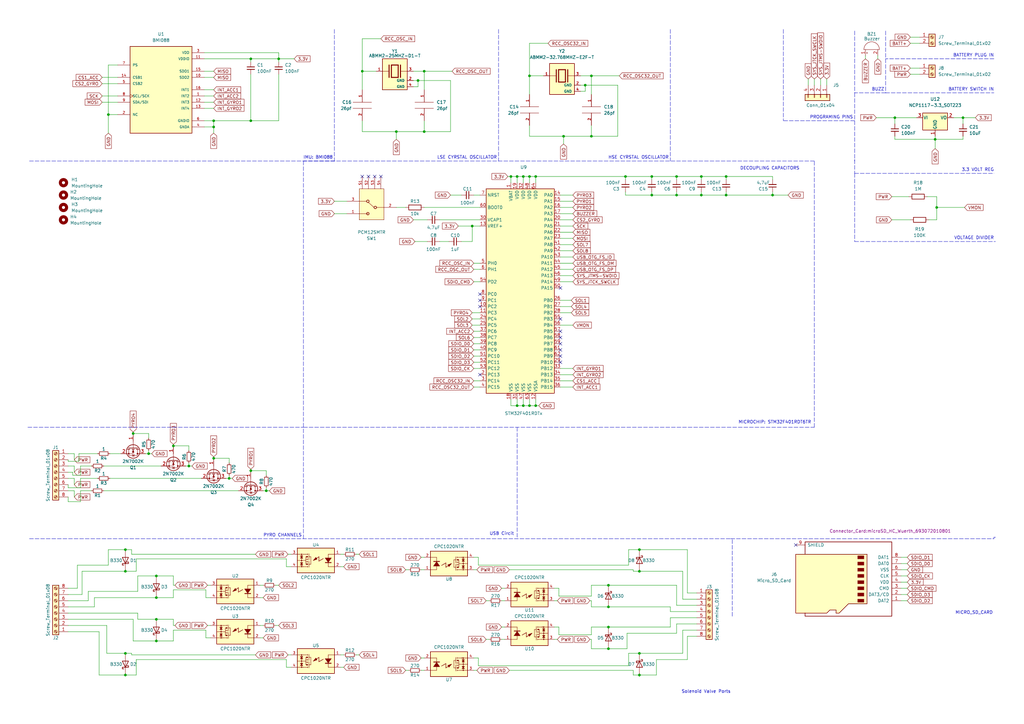
<source format=kicad_sch>
(kicad_sch (version 20211123) (generator eeschema)
  (paper "A3")
  (junction (at 162.56 53.975))
  (junction (at 287.655 72.39))
  (junction (at 394.97 48.26))
  (junction (at 173.99 53.975))
  (junction (at 51.435 234.315))
  (junction (at 87.63 52.07))
  (junction (at 249.555 248.92))
  (junction (at 249.555 266.065))
  (junction (at 297.815 80.01))
  (junction (at 231.14 55.88))
  (junction (at 93.98 196.215))
  (junction (at 173.99 29.21))
  (junction (at 209.55 72.39))
  (junction (at 171.45 33.02))
  (junction (at 114.3 24.13))
  (junction (at 102.87 24.13))
  (junction (at 262.255 276.86))
  (junction (at 87.63 187.96))
  (junction (at 102.87 193.04))
  (junction (at 64.135 262.89))
  (junction (at 44.45 46.99))
  (junction (at 217.17 166.37))
  (junction (at 64.135 245.11))
  (junction (at 316.865 80.01))
  (junction (at 212.09 72.39))
  (junction (at 267.335 80.01))
  (junction (at 212.09 166.37))
  (junction (at 384.175 85.09))
  (junction (at 51.435 276.86))
  (junction (at 214.63 72.39))
  (junction (at 51.435 225.425))
  (junction (at 219.71 166.37))
  (junction (at 102.87 49.53))
  (junction (at 242.57 31.115))
  (junction (at 262.255 225.425))
  (junction (at 219.71 72.39))
  (junction (at 267.335 72.39))
  (junction (at 60.96 186.055))
  (junction (at 262.255 234.315))
  (junction (at 277.495 72.39))
  (junction (at 242.57 55.88))
  (junction (at 77.47 191.135))
  (junction (at 64.135 236.22))
  (junction (at 54.61 177.8))
  (junction (at 277.495 80.01))
  (junction (at 287.655 80.01))
  (junction (at 383.54 57.15))
  (junction (at 193.675 92.71))
  (junction (at 297.815 72.39))
  (junction (at 64.135 254))
  (junction (at 367.03 48.26))
  (junction (at 249.555 240.03))
  (junction (at 256.54 72.39))
  (junction (at 249.555 257.175))
  (junction (at 214.63 166.37))
  (junction (at 240.03 34.925))
  (junction (at 109.22 201.295))
  (junction (at 148.59 29.21))
  (junction (at 262.255 267.97))
  (junction (at 217.17 31.115))
  (junction (at 71.12 182.88))
  (junction (at 51.435 267.97))
  (junction (at 87.63 49.53))
  (junction (at 217.17 72.39))
  (no_connect (at 229.87 118.11))
  (no_connect (at 229.87 146.05))
  (no_connect (at 196.85 123.19))
  (no_connect (at 196.85 153.67))
  (no_connect (at 153.67 72.39))
  (no_connect (at 156.21 72.39))
  (no_connect (at 229.87 130.81))
  (no_connect (at 196.85 125.73))
  (no_connect (at 229.87 140.97))
  (no_connect (at 229.87 143.51))
  (no_connect (at 196.85 120.65))
  (no_connect (at 148.59 72.39))
  (no_connect (at 229.87 138.43))
  (no_connect (at 151.13 72.39))
  (no_connect (at 229.87 148.59))
  (no_connect (at 326.39 223.52))
  (no_connect (at 229.87 135.89))
  (wire (pts (xy 287.655 78.74) (xy 287.655 80.01)))
  (wire (pts (xy 257.81 273.05) (xy 257.81 267.97)))
  (wire (pts (xy 114.3 24.13) (xy 114.3 25.4)))
  (wire (pts (xy 229.235 244.475) (xy 242.57 244.475)))
  (wire (pts (xy 217.17 17.78) (xy 224.79 17.78)))
  (wire (pts (xy 71.12 256.54) (xy 71.12 254)))
  (wire (pts (xy 217.17 51.435) (xy 217.17 55.88)))
  (wire (pts (xy 262.255 267.97) (xy 262.255 268.605)))
  (wire (pts (xy 171.45 33.02) (xy 171.45 35.56)))
  (wire (pts (xy 242.57 55.88) (xy 242.57 51.435)))
  (wire (pts (xy 109.22 193.04) (xy 109.22 194.945)))
  (wire (pts (xy 44.45 225.425) (xy 51.435 225.425)))
  (wire (pts (xy 229.87 133.35) (xy 234.95 133.35)))
  (wire (pts (xy 249.555 240.03) (xy 242.57 240.03)))
  (wire (pts (xy 217.17 31.115) (xy 222.885 31.115)))
  (wire (pts (xy 274.955 250.825) (xy 274.955 248.92)))
  (wire (pts (xy 194.31 156.21) (xy 196.85 156.21)))
  (wire (pts (xy 196.85 90.17) (xy 180.34 90.17)))
  (wire (pts (xy 207.01 262.255) (xy 205.74 262.255)))
  (wire (pts (xy 242.57 246.38) (xy 242.57 248.92)))
  (wire (pts (xy 359.41 48.26) (xy 367.03 48.26)))
  (wire (pts (xy 240.03 37.465) (xy 238.125 37.465)))
  (wire (pts (xy 194.31 80.01) (xy 196.85 80.01)))
  (wire (pts (xy 242.57 260.35) (xy 242.57 257.175)))
  (polyline (pts (xy 124.46 175.26) (xy 334.01 175.26)))
  (wire (pts (xy 217.17 72.39) (xy 214.63 72.39)))
  (wire (pts (xy 169.545 29.21) (xy 173.99 29.21)))
  (wire (pts (xy 285.75 250.825) (xy 274.955 250.825)))
  (wire (pts (xy 195.58 233.68) (xy 194.31 233.68)))
  (wire (pts (xy 196.215 273.05) (xy 257.81 273.05)))
  (wire (pts (xy 195.58 274.955) (xy 194.31 274.955)))
  (wire (pts (xy 148.59 36.83) (xy 148.59 29.21)))
  (wire (pts (xy 171.45 33.02) (xy 184.785 33.02)))
  (wire (pts (xy 27.94 259.08) (xy 40.64 259.08)))
  (wire (pts (xy 77.47 191.135) (xy 78.74 191.135)))
  (wire (pts (xy 56.515 236.22) (xy 64.135 236.22)))
  (wire (pts (xy 229.235 260.35) (xy 242.57 260.35)))
  (polyline (pts (xy 212.09 175.26) (xy 212.09 220.98)))
  (wire (pts (xy 113.03 256.54) (xy 114.3 256.54)))
  (wire (pts (xy 196.215 228.6) (xy 196.215 231.775)))
  (wire (pts (xy 71.12 254) (xy 64.135 254)))
  (wire (pts (xy 171.45 35.56) (xy 169.545 35.56)))
  (polyline (pts (xy 407.67 24.13) (xy 363.22 24.13)))
  (wire (pts (xy 43.815 256.54) (xy 43.815 267.97)))
  (wire (pts (xy 54.61 177.8) (xy 60.96 177.8)))
  (wire (pts (xy 102.87 30.48) (xy 102.87 49.53)))
  (wire (pts (xy 384.175 80.645) (xy 384.175 85.09)))
  (wire (pts (xy 102.87 25.4) (xy 102.87 24.13)))
  (wire (pts (xy 146.05 227.33) (xy 147.32 227.33)))
  (wire (pts (xy 287.655 72.39) (xy 297.815 72.39)))
  (wire (pts (xy 31.75 241.3) (xy 31.75 231.775)))
  (wire (pts (xy 316.865 80.01) (xy 323.215 80.01)))
  (wire (pts (xy 148.59 15.875) (xy 156.21 15.875)))
  (wire (pts (xy 107.95 201.295) (xy 109.22 201.295)))
  (wire (pts (xy 229.87 113.03) (xy 234.95 113.03)))
  (wire (pts (xy 249.555 240.03) (xy 249.555 240.665)))
  (wire (pts (xy 60.96 186.055) (xy 60.96 184.785)))
  (wire (pts (xy 281.94 243.205) (xy 281.94 225.425)))
  (wire (pts (xy 33.655 243.84) (xy 33.655 234.315)))
  (wire (pts (xy 367.03 57.15) (xy 383.54 57.15)))
  (wire (pts (xy 336.55 32.385) (xy 336.55 34.925)))
  (wire (pts (xy 229.235 241.3) (xy 229.235 244.475)))
  (wire (pts (xy 117.475 229.235) (xy 55.88 229.235)))
  (wire (pts (xy 267.335 78.74) (xy 267.335 80.01)))
  (wire (pts (xy 241.935 262.255) (xy 242.57 262.255)))
  (wire (pts (xy 83.82 31.75) (xy 87.63 31.75)))
  (wire (pts (xy 193.675 128.27) (xy 196.85 128.27)))
  (wire (pts (xy 54.61 262.89) (xy 64.135 262.89)))
  (wire (pts (xy 40.005 186.055) (xy 32.385 186.055)))
  (wire (pts (xy 173.99 269.875) (xy 172.72 269.875)))
  (wire (pts (xy 193.675 133.35) (xy 196.85 133.35)))
  (wire (pts (xy 256.54 78.74) (xy 256.54 80.01)))
  (wire (pts (xy 53.975 225.425) (xy 51.435 225.425)))
  (wire (pts (xy 256.54 80.01) (xy 267.335 80.01)))
  (wire (pts (xy 373.38 15.24) (xy 377.19 15.24)))
  (wire (pts (xy 56.515 242.57) (xy 56.515 236.22)))
  (polyline (pts (xy 12.065 220.98) (xy 300.355 220.98)))
  (wire (pts (xy 30.48 191.135) (xy 27.94 191.135)))
  (wire (pts (xy 196.215 269.875) (xy 196.215 273.05)))
  (wire (pts (xy 259.715 234.315) (xy 262.255 234.315)))
  (wire (pts (xy 30.48 186.055) (xy 27.94 186.055)))
  (wire (pts (xy 277.495 248.285) (xy 277.495 240.03)))
  (wire (pts (xy 41.91 31.75) (xy 48.26 31.75)))
  (wire (pts (xy 280.035 245.745) (xy 280.035 234.315)))
  (wire (pts (xy 369.57 233.68) (xy 372.11 233.68)))
  (wire (pts (xy 71.12 240.03) (xy 71.12 236.22)))
  (wire (pts (xy 167.64 274.955) (xy 166.37 274.955)))
  (wire (pts (xy 354.965 22.86) (xy 354.965 24.13)))
  (wire (pts (xy 48.26 46.99) (xy 44.45 46.99)))
  (wire (pts (xy 267.335 72.39) (xy 277.495 72.39)))
  (wire (pts (xy 208.915 274.955) (xy 259.715 274.955)))
  (wire (pts (xy 45.085 186.055) (xy 49.53 186.055)))
  (wire (pts (xy 277.495 255.905) (xy 277.495 259.715)))
  (wire (pts (xy 40.005 196.215) (xy 33.02 196.215)))
  (wire (pts (xy 217.17 38.735) (xy 217.17 31.115)))
  (wire (pts (xy 229.87 100.33) (xy 234.95 100.33)))
  (wire (pts (xy 287.655 72.39) (xy 287.655 73.66)))
  (wire (pts (xy 87.63 49.53) (xy 87.63 52.07)))
  (wire (pts (xy 297.815 72.39) (xy 297.815 73.66)))
  (wire (pts (xy 269.24 270.51) (xy 269.24 276.86)))
  (wire (pts (xy 231.14 55.88) (xy 231.14 59.055)))
  (wire (pts (xy 373.38 27.94) (xy 377.19 27.94)))
  (wire (pts (xy 262.255 234.315) (xy 262.255 233.68)))
  (wire (pts (xy 51.435 276.86) (xy 55.88 276.86)))
  (polyline (pts (xy 299.72 220.98) (xy 407.67 220.98)))
  (wire (pts (xy 30.48 188.595) (xy 30.48 186.055)))
  (wire (pts (xy 189.23 99.06) (xy 193.675 99.06)))
  (wire (pts (xy 281.94 270.51) (xy 269.24 270.51)))
  (wire (pts (xy 373.38 30.48) (xy 377.19 30.48)))
  (wire (pts (xy 83.82 44.45) (xy 87.63 44.45)))
  (wire (pts (xy 33.02 200.025) (xy 27.94 200.025)))
  (wire (pts (xy 55.88 229.235) (xy 55.88 234.315)))
  (wire (pts (xy 229.87 90.17) (xy 234.95 90.17)))
  (wire (pts (xy 109.22 201.295) (xy 110.49 201.295)))
  (wire (pts (xy 84.455 258.445) (xy 71.12 258.445)))
  (polyline (pts (xy 124.46 66.04) (xy 124.46 175.26)))
  (wire (pts (xy 280.035 234.315) (xy 262.255 234.315)))
  (wire (pts (xy 369.57 236.22) (xy 372.11 236.22)))
  (polyline (pts (xy 350.52 38.1) (xy 350.52 71.12)))
  (wire (pts (xy 71.12 241.935) (xy 71.12 245.11)))
  (wire (pts (xy 169.545 33.02) (xy 171.45 33.02)))
  (wire (pts (xy 139.7 273.685) (xy 140.97 273.685)))
  (wire (pts (xy 365.76 90.17) (xy 373.38 90.17)))
  (wire (pts (xy 83.82 52.07) (xy 87.63 52.07)))
  (wire (pts (xy 42.545 191.135) (xy 66.04 191.135)))
  (wire (pts (xy 173.99 233.68) (xy 172.72 233.68)))
  (polyline (pts (xy 321.31 12.065) (xy 321.31 49.53)))
  (polyline (pts (xy 363.22 38.1) (xy 407.67 38.1)))
  (wire (pts (xy 148.59 49.53) (xy 148.59 53.975)))
  (wire (pts (xy 227.33 241.3) (xy 229.235 241.3)))
  (wire (pts (xy 64.135 245.11) (xy 71.12 245.11)))
  (polyline (pts (xy 350.52 99.06) (xy 408.305 99.06)))
  (wire (pts (xy 229.87 125.73) (xy 234.315 125.73)))
  (wire (pts (xy 167.64 233.68) (xy 166.37 233.68)))
  (wire (pts (xy 214.63 74.93) (xy 214.63 72.39)))
  (wire (pts (xy 285.75 255.905) (xy 277.495 255.905)))
  (wire (pts (xy 64.135 262.89) (xy 71.12 262.89)))
  (wire (pts (xy 249.555 257.175) (xy 242.57 257.175)))
  (wire (pts (xy 51.435 225.425) (xy 51.435 226.06)))
  (wire (pts (xy 93.98 196.215) (xy 95.25 196.215)))
  (wire (pts (xy 207.01 241.3) (xy 205.74 241.3)))
  (wire (pts (xy 262.255 276.86) (xy 262.255 276.225)))
  (wire (pts (xy 194.31 135.89) (xy 196.85 135.89)))
  (wire (pts (xy 193.675 130.81) (xy 196.85 130.81)))
  (wire (pts (xy 194.31 107.95) (xy 196.85 107.95)))
  (wire (pts (xy 87.63 52.07) (xy 87.63 54.61)))
  (wire (pts (xy 194.31 269.875) (xy 196.215 269.875)))
  (wire (pts (xy 217.17 166.37) (xy 219.71 166.37)))
  (wire (pts (xy 38.735 248.92) (xy 38.735 245.11)))
  (wire (pts (xy 219.71 72.39) (xy 256.54 72.39)))
  (wire (pts (xy 242.57 244.475) (xy 242.57 240.03)))
  (wire (pts (xy 316.865 73.66) (xy 316.865 72.39)))
  (polyline (pts (xy 350.52 71.12) (xy 407.67 71.12)))
  (wire (pts (xy 231.14 55.88) (xy 242.57 55.88)))
  (wire (pts (xy 27.94 193.675) (xy 29.845 193.675)))
  (wire (pts (xy 51.435 234.315) (xy 51.435 233.68)))
  (wire (pts (xy 384.175 90.17) (xy 384.175 85.09)))
  (wire (pts (xy 83.82 29.21) (xy 87.63 29.21)))
  (wire (pts (xy 277.495 80.01) (xy 287.655 80.01)))
  (wire (pts (xy 229.87 85.09) (xy 234.95 85.09)))
  (wire (pts (xy 229.87 97.79) (xy 234.95 97.79)))
  (wire (pts (xy 102.87 193.675) (xy 102.87 193.04)))
  (wire (pts (xy 173.99 274.955) (xy 172.72 274.955)))
  (wire (pts (xy 194.31 158.75) (xy 196.85 158.75)))
  (wire (pts (xy 207.01 257.175) (xy 205.74 257.175)))
  (wire (pts (xy 365.76 80.645) (xy 372.745 80.645)))
  (wire (pts (xy 280.035 258.445) (xy 280.035 267.97)))
  (wire (pts (xy 209.55 166.37) (xy 212.09 166.37)))
  (wire (pts (xy 194.31 110.49) (xy 196.85 110.49)))
  (wire (pts (xy 285.75 260.985) (xy 281.94 260.985)))
  (wire (pts (xy 41.91 41.91) (xy 48.26 41.91)))
  (wire (pts (xy 196.215 231.775) (xy 257.81 231.775)))
  (wire (pts (xy 41.91 34.29) (xy 48.26 34.29)))
  (wire (pts (xy 77.47 182.88) (xy 77.47 184.785)))
  (wire (pts (xy 249.555 248.92) (xy 249.555 248.285)))
  (wire (pts (xy 64.135 236.22) (xy 64.135 236.855)))
  (wire (pts (xy 257.81 267.97) (xy 262.255 267.97)))
  (wire (pts (xy 33.02 205.74) (xy 27.94 205.74)))
  (wire (pts (xy 30.48 196.215) (xy 27.94 196.215)))
  (wire (pts (xy 369.57 238.76) (xy 372.11 238.76)))
  (wire (pts (xy 277.495 78.74) (xy 277.495 80.01)))
  (wire (pts (xy 59.69 186.055) (xy 60.96 186.055)))
  (wire (pts (xy 212.09 166.37) (xy 214.63 166.37)))
  (wire (pts (xy 170.18 99.06) (xy 175.26 99.06)))
  (wire (pts (xy 56.515 251.46) (xy 56.515 254)))
  (wire (pts (xy 253.365 55.88) (xy 242.57 55.88)))
  (wire (pts (xy 297.815 78.74) (xy 297.815 80.01)))
  (wire (pts (xy 281.94 260.985) (xy 281.94 270.51)))
  (wire (pts (xy 229.87 80.01) (xy 234.95 80.01)))
  (wire (pts (xy 217.17 55.88) (xy 231.14 55.88)))
  (wire (pts (xy 257.175 259.715) (xy 257.175 266.065)))
  (wire (pts (xy 394.97 48.26) (xy 394.97 50.8)))
  (wire (pts (xy 114.3 49.53) (xy 114.3 30.48)))
  (wire (pts (xy 240.03 34.925) (xy 253.365 34.925)))
  (wire (pts (xy 60.96 186.055) (xy 62.23 186.055)))
  (wire (pts (xy 85.09 256.54) (xy 86.36 256.54)))
  (wire (pts (xy 369.57 241.3) (xy 372.11 241.3)))
  (wire (pts (xy 229.87 87.63) (xy 234.95 87.63)))
  (wire (pts (xy 64.135 245.11) (xy 64.135 244.475)))
  (wire (pts (xy 241.935 246.38) (xy 242.57 246.38)))
  (wire (pts (xy 369.57 246.38) (xy 372.11 246.38)))
  (wire (pts (xy 219.71 74.93) (xy 219.71 72.39)))
  (wire (pts (xy 277.495 259.715) (xy 257.175 259.715)))
  (wire (pts (xy 249.555 240.03) (xy 277.495 240.03)))
  (wire (pts (xy 229.87 105.41) (xy 234.95 105.41)))
  (wire (pts (xy 84.455 241.935) (xy 71.12 241.935)))
  (polyline (pts (xy 363.22 38.1) (xy 350.52 38.1)))
  (wire (pts (xy 27.94 203.835) (xy 27.94 205.74)))
  (wire (pts (xy 102.87 24.13) (xy 114.3 24.13)))
  (polyline (pts (xy 11.43 175.26) (xy 124.46 175.26)))
  (wire (pts (xy 229.87 110.49) (xy 234.95 110.49)))
  (wire (pts (xy 274.955 253.365) (xy 274.955 257.175)))
  (wire (pts (xy 360.045 22.86) (xy 360.045 24.13)))
  (wire (pts (xy 139.7 232.41) (xy 140.97 232.41)))
  (wire (pts (xy 367.03 48.26) (xy 367.03 50.8)))
  (wire (pts (xy 285.75 248.285) (xy 277.495 248.285)))
  (wire (pts (xy 214.63 163.83) (xy 214.63 166.37)))
  (wire (pts (xy 33.02 196.215) (xy 33.02 200.025)))
  (wire (pts (xy 297.815 80.01) (xy 316.865 80.01)))
  (wire (pts (xy 30.48 203.835) (xy 30.48 201.295)))
  (wire (pts (xy 27.94 256.54) (xy 43.815 256.54)))
  (wire (pts (xy 193.675 99.06) (xy 193.675 92.71)))
  (wire (pts (xy 54.61 254) (xy 54.61 262.89)))
  (wire (pts (xy 44.45 26.67) (xy 44.45 46.99)))
  (wire (pts (xy 83.82 49.53) (xy 87.63 49.53)))
  (wire (pts (xy 71.12 258.445) (xy 71.12 262.89)))
  (wire (pts (xy 104.775 227.33) (xy 53.975 227.33)))
  (wire (pts (xy 37.465 201.295) (xy 33.02 201.295)))
  (polyline (pts (xy 12.065 66.04) (xy 137.16 66.04)))
  (wire (pts (xy 117.475 273.685) (xy 117.475 270.51)))
  (wire (pts (xy 194.31 140.97) (xy 196.85 140.97)))
  (wire (pts (xy 117.475 232.41) (xy 117.475 229.235)))
  (wire (pts (xy 242.57 31.115) (xy 254 31.115)))
  (wire (pts (xy 106.68 256.54) (xy 107.95 256.54)))
  (wire (pts (xy 394.97 48.26) (xy 400.05 48.26)))
  (wire (pts (xy 44.45 46.99) (xy 44.45 54.61)))
  (wire (pts (xy 118.11 227.33) (xy 119.38 227.33)))
  (wire (pts (xy 64.135 262.89) (xy 64.135 262.255)))
  (wire (pts (xy 200.66 262.255) (xy 199.39 262.255)))
  (wire (pts (xy 257.81 225.425) (xy 262.255 225.425)))
  (wire (pts (xy 369.57 228.6) (xy 372.11 228.6)))
  (wire (pts (xy 113.03 240.03) (xy 114.3 240.03)))
  (wire (pts (xy 27.94 251.46) (xy 56.515 251.46)))
  (wire (pts (xy 208.915 233.68) (xy 259.715 233.68)))
  (wire (pts (xy 33.02 201.295) (xy 33.02 205.74)))
  (polyline (pts (xy 274.955 12.065) (xy 274.955 66.04)))
  (wire (pts (xy 119.38 273.685) (xy 117.475 273.685)))
  (wire (pts (xy 102.87 193.04) (xy 102.87 192.405)))
  (wire (pts (xy 104.775 268.605) (xy 53.975 268.605)))
  (wire (pts (xy 285.75 253.365) (xy 274.955 253.365)))
  (wire (pts (xy 86.36 261.62) (xy 84.455 261.62)))
  (wire (pts (xy 297.815 72.39) (xy 316.865 72.39)))
  (polyline (pts (xy 334.01 66.04) (xy 124.46 66.04)))
  (wire (pts (xy 394.97 55.88) (xy 394.97 57.15)))
  (wire (pts (xy 217.17 163.83) (xy 217.17 166.37)))
  (wire (pts (xy 228.6 246.38) (xy 227.33 246.38)))
  (wire (pts (xy 173.99 29.21) (xy 185.42 29.21)))
  (wire (pts (xy 277.495 72.39) (xy 287.655 72.39)))
  (polyline (pts (xy 350.52 71.12) (xy 350.52 99.06)))
  (wire (pts (xy 212.09 163.83) (xy 212.09 166.37)))
  (wire (pts (xy 212.09 74.93) (xy 212.09 72.39)))
  (wire (pts (xy 29.845 194.945) (xy 33.02 194.945)))
  (wire (pts (xy 238.125 31.115) (xy 242.57 31.115)))
  (wire (pts (xy 212.09 72.39) (xy 209.55 72.39)))
  (wire (pts (xy 207.01 246.38) (xy 205.74 246.38)))
  (wire (pts (xy 194.31 151.13) (xy 196.85 151.13)))
  (wire (pts (xy 262.255 225.425) (xy 262.255 226.06)))
  (wire (pts (xy 71.12 236.22) (xy 64.135 236.22)))
  (wire (pts (xy 256.54 73.66) (xy 256.54 72.39)))
  (wire (pts (xy 229.87 102.87) (xy 234.95 102.87)))
  (wire (pts (xy 367.03 48.26) (xy 375.92 48.26)))
  (wire (pts (xy 209.55 72.39) (xy 209.55 74.93)))
  (wire (pts (xy 27.94 246.38) (xy 36.195 246.38)))
  (wire (pts (xy 219.71 166.37) (xy 220.98 166.37)))
  (wire (pts (xy 38.735 245.11) (xy 64.135 245.11)))
  (wire (pts (xy 137.16 82.55) (xy 142.24 82.55)))
  (polyline (pts (xy 407.67 220.98) (xy 407.67 220.345)))
  (wire (pts (xy 229.87 153.67) (xy 234.95 153.67)))
  (wire (pts (xy 40.64 276.86) (xy 51.435 276.86)))
  (wire (pts (xy 242.57 266.065) (xy 249.555 266.065)))
  (wire (pts (xy 102.87 49.53) (xy 114.3 49.53)))
  (wire (pts (xy 267.335 72.39) (xy 267.335 73.66)))
  (wire (pts (xy 383.54 57.15) (xy 394.97 57.15)))
  (wire (pts (xy 106.68 240.03) (xy 107.95 240.03)))
  (wire (pts (xy 37.465 191.135) (xy 33.02 191.135)))
  (polyline (pts (xy 124.46 220.98) (xy 124.46 175.26)))
  (wire (pts (xy 316.865 78.74) (xy 316.865 80.01)))
  (wire (pts (xy 71.12 183.515) (xy 71.12 182.88)))
  (wire (pts (xy 71.755 256.54) (xy 71.12 256.54)))
  (wire (pts (xy 53.975 268.605) (xy 53.975 267.97)))
  (wire (pts (xy 339.09 32.385) (xy 339.09 34.925)))
  (wire (pts (xy 87.63 188.595) (xy 87.63 187.96)))
  (wire (pts (xy 229.87 156.21) (xy 234.95 156.21)))
  (wire (pts (xy 383.54 57.15) (xy 383.54 60.96)))
  (wire (pts (xy 162.56 85.09) (xy 166.37 85.09)))
  (wire (pts (xy 83.82 21.59) (xy 114.3 21.59)))
  (polyline (pts (xy 350.52 49.53) (xy 321.31 49.53)))
  (polyline (pts (xy 350.52 66.04) (xy 350.52 65.405)))
  (wire (pts (xy 41.91 39.37) (xy 48.26 39.37)))
  (wire (pts (xy 194.31 138.43) (xy 196.85 138.43)))
  (wire (pts (xy 249.555 266.065) (xy 249.555 265.43)))
  (wire (pts (xy 253.365 34.925) (xy 253.365 55.88)))
  (wire (pts (xy 71.12 182.88) (xy 71.12 182.245)))
  (wire (pts (xy 257.81 231.775) (xy 257.81 225.425)))
  (wire (pts (xy 391.16 48.26) (xy 394.97 48.26)))
  (wire (pts (xy 214.63 166.37) (xy 217.17 166.37)))
  (wire (pts (xy 259.715 274.955) (xy 259.715 276.86)))
  (wire (pts (xy 380.365 80.645) (xy 384.175 80.645)))
  (wire (pts (xy 269.24 276.86) (xy 262.255 276.86)))
  (wire (pts (xy 217.17 74.93) (xy 217.17 72.39)))
  (wire (pts (xy 280.035 267.97) (xy 262.255 267.97)))
  (wire (pts (xy 32.385 189.23) (xy 27.94 189.23)))
  (wire (pts (xy 208.28 72.39) (xy 209.55 72.39)))
  (wire (pts (xy 229.87 115.57) (xy 234.95 115.57)))
  (wire (pts (xy 229.87 82.55) (xy 234.95 82.55)))
  (wire (pts (xy 139.7 227.33) (xy 140.97 227.33)))
  (wire (pts (xy 259.715 233.68) (xy 259.715 234.315)))
  (wire (pts (xy 259.715 276.86) (xy 262.255 276.86)))
  (wire (pts (xy 51.435 276.86) (xy 51.435 276.225)))
  (wire (pts (xy 86.36 245.11) (xy 84.455 245.11)))
  (wire (pts (xy 32.385 186.055) (xy 32.385 189.23)))
  (polyline (pts (xy 407.67 220.345) (xy 408.305 220.345)))
  (wire (pts (xy 27.94 200.025) (xy 27.94 198.755)))
  (wire (pts (xy 27.94 248.92) (xy 38.735 248.92)))
  (wire (pts (xy 48.26 26.67) (xy 44.45 26.67)))
  (wire (pts (xy 184.785 80.01) (xy 189.23 80.01)))
  (wire (pts (xy 109.22 201.295) (xy 109.22 200.025)))
  (wire (pts (xy 45.085 196.215) (xy 82.55 196.215)))
  (wire (pts (xy 93.98 187.96) (xy 93.98 189.865)))
  (wire (pts (xy 285.75 258.445) (xy 280.035 258.445)))
  (wire (pts (xy 53.975 227.33) (xy 53.975 225.425)))
  (wire (pts (xy 33.02 191.135) (xy 33.02 194.945)))
  (wire (pts (xy 93.98 196.215) (xy 93.98 194.945)))
  (wire (pts (xy 53.975 267.97) (xy 51.435 267.97)))
  (wire (pts (xy 267.335 80.01) (xy 277.495 80.01)))
  (wire (pts (xy 148.59 29.21) (xy 148.59 15.875)))
  (wire (pts (xy 262.255 277.495) (xy 262.255 276.86)))
  (wire (pts (xy 242.57 248.92) (xy 249.555 248.92)))
  (wire (pts (xy 249.555 257.175) (xy 249.555 257.81)))
  (wire (pts (xy 229.87 95.25) (xy 234.95 95.25)))
  (wire (pts (xy 228.6 262.255) (xy 227.33 262.255)))
  (wire (pts (xy 240.03 34.925) (xy 240.03 37.465)))
  (polyline (pts (xy 334.01 175.26) (xy 334.01 66.04)))
  (wire (pts (xy 162.56 53.975) (xy 173.99 53.975)))
  (wire (pts (xy 55.88 234.315) (xy 51.435 234.315)))
  (wire (pts (xy 119.38 232.41) (xy 117.475 232.41)))
  (wire (pts (xy 173.99 85.09) (xy 196.85 85.09)))
  (polyline (pts (xy 350.52 12.7) (xy 350.52 38.1)))
  (wire (pts (xy 84.455 245.11) (xy 84.455 241.935)))
  (wire (pts (xy 209.55 163.83) (xy 209.55 166.37)))
  (wire (pts (xy 64.135 254) (xy 64.135 254.635)))
  (wire (pts (xy 36.195 246.38) (xy 36.195 242.57)))
  (wire (pts (xy 274.955 257.175) (xy 249.555 257.175)))
  (wire (pts (xy 83.82 41.91) (xy 87.63 41.91)))
  (wire (pts (xy 229.87 128.27) (xy 234.315 128.27)))
  (wire (pts (xy 30.48 198.755) (xy 30.48 196.215)))
  (wire (pts (xy 60.96 177.8) (xy 60.96 179.705)))
  (wire (pts (xy 30.48 201.295) (xy 27.94 201.295)))
  (wire (pts (xy 373.38 17.78) (xy 377.19 17.78)))
  (wire (pts (xy 257.175 266.065) (xy 249.555 266.065)))
  (wire (pts (xy 193.675 92.71) (xy 196.85 92.71)))
  (wire (pts (xy 27.94 241.3) (xy 31.75 241.3)))
  (wire (pts (xy 242.57 38.735) (xy 242.57 31.115)))
  (wire (pts (xy 173.99 53.975) (xy 173.99 49.53)))
  (wire (pts (xy 162.56 53.975) (xy 162.56 57.15)))
  (wire (pts (xy 217.17 31.115) (xy 217.17 17.78)))
  (wire (pts (xy 117.475 270.51) (xy 55.88 270.51)))
  (wire (pts (xy 44.45 231.775) (xy 44.45 225.425)))
  (wire (pts (xy 249.555 248.92) (xy 274.955 248.92)))
  (wire (pts (xy 77.47 191.135) (xy 77.47 189.865)))
  (wire (pts (xy 27.94 243.84) (xy 33.655 243.84)))
  (wire (pts (xy 369.57 231.14) (xy 372.11 231.14)))
  (wire (pts (xy 31.75 231.775) (xy 44.45 231.775)))
  (wire (pts (xy 219.71 72.39) (xy 217.17 72.39)))
  (wire (pts (xy 27.94 254) (xy 54.61 254)))
  (wire (pts (xy 87.63 49.53) (xy 102.87 49.53)))
  (wire (pts (xy 229.87 151.13) (xy 234.95 151.13)))
  (wire (pts (xy 229.235 257.175) (xy 229.235 260.35)))
  (wire (pts (xy 194.31 228.6) (xy 196.215 228.6)))
  (wire (pts (xy 214.63 72.39) (xy 212.09 72.39)))
  (wire (pts (xy 102.87 24.13) (xy 83.82 24.13)))
  (wire (pts (xy 229.87 107.95) (xy 234.95 107.95)))
  (wire (pts (xy 83.82 39.37) (xy 87.63 39.37)))
  (wire (pts (xy 173.99 36.83) (xy 173.99 29.21)))
  (wire (pts (xy 55.88 270.51) (xy 55.88 276.86)))
  (wire (pts (xy 194.31 146.05) (xy 196.85 146.05)))
  (wire (pts (xy 229.87 158.75) (xy 234.95 158.75)))
  (wire (pts (xy 83.82 36.83) (xy 87.63 36.83)))
  (wire (pts (xy 42.545 201.295) (xy 97.79 201.295)))
  (wire (pts (xy 87.63 187.96) (xy 87.63 187.325)))
  (wire (pts (xy 229.87 123.19) (xy 234.315 123.19)))
  (wire (pts (xy 139.7 268.605) (xy 140.97 268.605)))
  (wire (pts (xy 285.75 245.745) (xy 280.035 245.745)))
  (wire (pts (xy 169.545 90.17) (xy 175.26 90.17)))
  (wire (pts (xy 76.2 191.135) (xy 77.47 191.135)))
  (polyline (pts (xy 363.22 12.7) (xy 363.22 38.1)))
  (wire (pts (xy 118.11 268.605) (xy 119.38 268.605)))
  (wire (pts (xy 256.54 72.39) (xy 267.335 72.39)))
  (wire (pts (xy 383.54 55.88) (xy 383.54 57.15)))
  (wire (pts (xy 87.63 187.96) (xy 93.98 187.96)))
  (wire (pts (xy 30.48 193.675) (xy 30.48 191.135)))
  (wire (pts (xy 287.655 80.01) (xy 297.815 80.01)))
  (wire (pts (xy 102.87 193.04) (xy 109.22 193.04)))
  (wire (pts (xy 148.59 29.21) (xy 154.305 29.21)))
  (wire (pts (xy 194.31 143.51) (xy 196.85 143.51)))
  (wire (pts (xy 331.47 32.385) (xy 331.47 34.925)))
  (wire (pts (xy 285.75 243.205) (xy 281.94 243.205)))
  (wire (pts (xy 173.99 228.6) (xy 172.72 228.6)))
  (wire (pts (xy 262.255 225.425) (xy 281.94 225.425)))
  (wire (pts (xy 114.3 24.13) (xy 120.65 24.13)))
  (wire (pts (xy 114.3 21.59) (xy 114.3 24.13)))
  (wire (pts (xy 84.455 261.62) (xy 84.455 258.445)))
  (wire (pts (xy 33.655 234.315) (xy 51.435 234.315)))
  (wire (pts (xy 29.845 193.675) (xy 29.845 194.945)))
  (wire (pts (xy 384.175 85.09) (xy 395.605 85.09)))
  (wire (pts (xy 137.16 87.63) (xy 142.24 87.63)))
  (wire (pts (xy 54.61 178.435) (xy 54.61 177.8)))
  (wire (pts (xy 200.66 246.38) (xy 199.39 246.38)))
  (wire (pts (xy 242.57 262.255) (xy 242.57 266.065)))
  (wire (pts (xy 277.495 72.39) (xy 277.495 73.66)))
  (wire (pts (xy 56.515 254) (xy 64.135 254)))
  (wire (pts (xy 180.34 99.06) (xy 184.15 99.06)))
  (wire (pts (xy 184.785 33.02) (xy 184.785 53.975)))
  (wire (pts (xy 227.33 257.175) (xy 229.235 257.175)))
  (wire (pts (xy 219.71 163.83) (xy 219.71 166.37)))
  (polyline (pts (xy 204.47 12.065) (xy 204.47 66.04)))
  (wire (pts (xy 54.61 177.8) (xy 54.61 177.165)))
  (wire (pts (xy 148.59 53.975) (xy 162.56 53.975)))
  (wire (pts (xy 36.195 242.57) (xy 56.515 242.57)))
  (wire (pts (xy 40.64 259.08) (xy 40.64 276.86)))
  (polyline (pts (xy 137.16 12.065) (xy 137.16 66.04)))
  (polyline (pts (xy 300.355 252.73) (xy 300.355 220.98)))
  (wire (pts (xy 92.71 196.215) (xy 93.98 196.215)))
  (wire (pts (xy 27.94 189.23) (xy 27.94 188.595)))
  (wire (pts (xy 71.12 182.88) (xy 77.47 182.88)))
  (wire (pts (xy 106.68 261.62) (xy 107.95 261.62)))
  (wire (pts (xy 229.87 92.71) (xy 234.95 92.71)))
  (wire (pts (xy 334.01 32.385) (xy 334.01 34.925)))
  (wire (pts (xy 43.815 267.97) (xy 51.435 267.97)))
  (wire (pts (xy 187.96 92.71) (xy 193.675 92.71)))
  (wire (pts (xy 238.125 34.925) (xy 240.03 34.925)))
  (wire (pts (xy 146.05 268.605) (xy 147.32 268.605)))
  (wire (pts (xy 106.68 245.11) (xy 107.95 245.11)))
  (wire (pts (xy 85.09 240.03) (xy 86.36 240.03)))
  (wire (pts (xy 194.31 115.57) (xy 196.85 115.57)))
  (wire (pts (xy 51.435 267.97) (xy 51.435 268.605)))
  (wire (pts (xy 367.03 55.88) (xy 367.03 57.15)))
  (wire (pts (xy 194.31 148.59) (xy 196.85 148.59)))
  (wire (pts (xy 71.755 240.03) (xy 71.12 240.03)))
  (wire (pts (xy 381 90.17) (xy 384.175 90.17)))
  (wire (pts (xy 184.785 53.975) (xy 173.99 53.975)))
  (wire (pts (xy 369.57 243.84) (xy 372.11 243.84)))
  (text "DECOUPLING CAPACITORS " (at 303.53 69.85 0) (effects (font (size 1.27 1.27)) (justify left bottom)))
  (text "IMU: BMI088" (at 136.525 65.405 180) (effects (font (size 1.27 1.27)) (justify right bottom)))
  (text "3.3 VOLT REG" (at 407.67 70.485 180) (effects (font (size 1.27 1.27)) (justify right bottom)))
  (text "LSE CYRSTAL OSCILLATOR" (at 203.835 65.405 180) (effects (font (size 1.27 1.27)) (justify right bottom)))
  (text "PROGRAMING PINS" (at 349.885 48.895 180) (effects (font (size 1.27 1.27)) (justify right bottom)))
  (text "HSE CYRSTAL OSCILLATOR" (at 274.32 65.405 180) (effects (font (size 1.27 1.27)) (justify right bottom)))
  (text "MICRO_SD_CARD" (at 391.795 252.095 0) (effects (font (size 1.27 1.27)) (justify left bottom)))
  (text "MICROCHIP: STM32F401RDT6TR" (at 332.74 173.99 180) (effects (font (size 1.27 1.27)) (justify right bottom)))
  (text "VOLTAGE DIVIDER" (at 407.67 98.425 180) (effects (font (size 1.27 1.27)) (justify right bottom)))
  (text "BATTERY PLUG IN" (at 407.67 23.495 180) (effects (font (size 1.27 1.27)) (justify right bottom)))
  (text "BUZZ" (at 357.505 37.465 0) (effects (font (size 1.27 1.27)) (justify left bottom)))
  (text "Solenoid Valve Ports" (at 299.72 284.48 180) (effects (font (size 1.27 1.27)) (justify right bottom)))
  (text "USB Circit" (at 210.82 219.71 180) (effects (font (size 1.27 1.27)) (justify right bottom)))
  (text "PYRO CHANNELS" (at 123.825 220.345 180) (effects (font (size 1.27 1.27)) (justify right bottom)))
  (text "BATTERY SWITCH IN" (at 407.67 37.465 180) (effects (font (size 1.27 1.27)) (justify right bottom)))
  (global_label "PYRO2" (shape input) (at 234.95 85.09 0) (property "Intersheet References" "${INTERSHEET_REFS}" (effects hide)))
  (global_label "INT_ACC1" (shape input) (at 87.63 36.83 0) (property "Intersheet References" "${INTERSHEET_REFS}" (effects hide)))
  (global_label "RCC_OSC32_IN" (shape input) (at 224.79 17.78 0) (property "Intersheet References" "${INTERSHEET_REFS}" (effects hide)))
  (global_label "INT_GYRO1" (shape input) (at 87.63 41.91 0) (property "Intersheet References" "${INTERSHEET_REFS}" (effects hide)))
  (global_label "GND" (shape input) (at 95.25 196.215 0) (property "Intersheet References" "${INTERSHEET_REFS}" (effects hide)))
  (global_label "3.3V" (shape input) (at 372.11 238.76 0) (property "Intersheet References" "${INTERSHEET_REFS}" (effects hide)))
  (global_label "INT_GYRO2" (shape input) (at 87.63 44.45 0) (property "Intersheet References" "${INTERSHEET_REFS}" (effects hide)))
  (global_label "SOL3" (shape input) (at 114.3 256.54 0) (property "Intersheet References" "${INTERSHEET_REFS}" (effects hide)))
  (global_label "PWR" (shape input) (at 85.09 256.54 180) (property "Intersheet References" "${INTERSHEET_REFS}" (effects hide)))
  (global_label "SDIO_D1" (shape input) (at 372.11 228.6 0) (property "Intersheet References" "${INTERSHEET_REFS}" (effects hide)))
  (global_label "RCC_OSC32_OUT" (shape input) (at 254 31.115 0) (property "Intersheet References" "${INTERSHEET_REFS}" (effects hide)))
  (global_label "GND" (shape input) (at 87.63 54.61 270) (property "Intersheet References" "${INTERSHEET_REFS}" (effects hide)))
  (global_label "MISO" (shape input) (at 87.63 31.75 0) (property "Intersheet References" "${INTERSHEET_REFS}" (effects hide)))
  (global_label "RCC_OSC_OUT" (shape input) (at 185.42 29.21 0) (property "Intersheet References" "${INTERSHEET_REFS}" (effects hide)))
  (global_label "PWR" (shape input) (at 118.11 268.605 180) (property "Intersheet References" "${INTERSHEET_REFS}" (effects hide)))
  (global_label "GND" (shape input) (at 110.49 201.295 0) (property "Intersheet References" "${INTERSHEET_REFS}" (effects hide)))
  (global_label "SOL8" (shape input) (at 234.95 102.87 0) (property "Intersheet References" "${INTERSHEET_REFS}" (effects hide)))
  (global_label "MOSI" (shape input) (at 234.95 97.79 0) (property "Intersheet References" "${INTERSHEET_REFS}" (effects hide)))
  (global_label "INT_ACC2" (shape input) (at 194.31 135.89 180) (property "Intersheet References" "${INTERSHEET_REFS}" (effects hide)))
  (global_label "PYRO1" (shape input) (at 234.95 82.55 0) (property "Intersheet References" "${INTERSHEET_REFS}" (effects hide)))
  (global_label "SOL1" (shape input) (at 147.32 227.33 0) (property "Intersheet References" "${INTERSHEET_REFS}" (effects hide)))
  (global_label "PWR" (shape input) (at 30.48 193.675 0) (property "Intersheet References" "${INTERSHEET_REFS}" (effects hide)))
  (global_label "GND" (shape input) (at 140.97 232.41 0) (property "Intersheet References" "${INTERSHEET_REFS}" (effects hide)))
  (global_label "GND" (shape input) (at 365.76 90.17 180) (property "Intersheet References" "${INTERSHEET_REFS}" (effects hide)))
  (global_label "SDIO_D1" (shape input) (at 194.31 143.51 180) (property "Intersheet References" "${INTERSHEET_REFS}" (effects hide)))
  (global_label "PWR" (shape input) (at 118.11 227.33 180) (property "Intersheet References" "${INTERSHEET_REFS}" (effects hide)))
  (global_label "GND" (shape input) (at 241.935 246.38 180) (property "Intersheet References" "${INTERSHEET_REFS}" (effects hide)))
  (global_label "GND" (shape input) (at 78.74 191.135 0) (property "Intersheet References" "${INTERSHEET_REFS}" (effects hide)))
  (global_label "CS1_ACC" (shape input) (at 41.91 31.75 180) (property "Intersheet References" "${INTERSHEET_REFS}" (effects hide)))
  (global_label "GND" (shape input) (at 62.23 186.055 0) (property "Intersheet References" "${INTERSHEET_REFS}" (effects hide)))
  (global_label "GND" (shape input) (at 140.97 273.685 0) (property "Intersheet References" "${INTERSHEET_REFS}" (effects hide)))
  (global_label "GND" (shape input) (at 205.74 241.3 180) (property "Intersheet References" "${INTERSHEET_REFS}" (effects hide)))
  (global_label "GND" (shape input) (at 323.215 80.01 0) (property "Intersheet References" "${INTERSHEET_REFS}" (effects hide)))
  (global_label "SOL5" (shape input) (at 234.315 128.27 0) (property "Intersheet References" "${INTERSHEET_REFS}" (effects hide)))
  (global_label "SOL1" (shape input) (at 234.315 123.19 0) (property "Intersheet References" "${INTERSHEET_REFS}" (effects hide)))
  (global_label "GND" (shape input) (at 107.95 261.62 0) (property "Intersheet References" "${INTERSHEET_REFS}" (effects hide)))
  (global_label "GND" (shape input) (at 107.95 245.11 0) (property "Intersheet References" "${INTERSHEET_REFS}" (effects hide)))
  (global_label "3.3V" (shape input) (at 339.09 32.385 90) (property "Intersheet References" "${INTERSHEET_REFS}" (effects hide)))
  (global_label "USB_OTG_FS_DM" (shape input) (at 234.95 107.95 0) (property "Intersheet References" "${INTERSHEET_REFS}" (effects hide)))
  (global_label "SDIO_D2" (shape input) (at 372.11 246.38 0) (property "Intersheet References" "${INTERSHEET_REFS}" (effects hide)))
  (global_label "BUZZER" (shape input) (at 234.95 87.63 0) (property "Intersheet References" "${INTERSHEET_REFS}" (effects hide)))
  (global_label "GND" (shape input) (at 104.775 268.605 0) (property "Intersheet References" "${INTERSHEET_REFS}" (effects hide)))
  (global_label "SOL4" (shape input) (at 234.315 125.73 0) (property "Intersheet References" "${INTERSHEET_REFS}" (effects hide)))
  (global_label "GND" (shape input) (at 172.72 269.875 180) (property "Intersheet References" "${INTERSHEET_REFS}" (effects hide)))
  (global_label "GND" (shape input) (at 372.11 233.68 0) (property "Intersheet References" "${INTERSHEET_REFS}" (effects hide)))
  (global_label "SOL7" (shape input) (at 199.39 246.38 180) (property "Intersheet References" "${INTERSHEET_REFS}" (effects hide)))
  (global_label "PWR" (shape input) (at 365.76 80.645 180) (property "Intersheet References" "${INTERSHEET_REFS}" (effects hide)))
  (global_label "PWR" (shape input) (at 228.6 262.255 0) (property "Intersheet References" "${INTERSHEET_REFS}" (effects hide)))
  (global_label "GND" (shape input) (at 71.755 256.54 0) (property "Intersheet References" "${INTERSHEET_REFS}" (effects hide)))
  (global_label "GND" (shape input) (at 373.38 15.24 180) (property "Intersheet References" "${INTERSHEET_REFS}" (effects hide)))
  (global_label "RCC_OSC32_IN" (shape input) (at 194.31 156.21 180) (property "Intersheet References" "${INTERSHEET_REFS}" (effects hide)))
  (global_label "SYS_JTMS-SWDIO" (shape input) (at 336.55 32.385 90) (property "Intersheet References" "${INTERSHEET_REFS}" (effects hide)))
  (global_label "GND" (shape input) (at 331.47 32.385 90) (property "Intersheet References" "${INTERSHEET_REFS}" (effects hide)))
  (global_label "PWR" (shape input) (at 373.38 30.48 180) (property "Intersheet References" "${INTERSHEET_REFS}" (effects hide)))
  (global_label "SOL7" (shape input) (at 234.95 100.33 0) (property "Intersheet References" "${INTERSHEET_REFS}" (effects hide)))
  (global_label "SCK" (shape input) (at 234.95 92.71 0) (property "Intersheet References" "${INTERSHEET_REFS}" (effects hide)))
  (global_label "GND" (shape input) (at 71.755 240.03 0) (property "Intersheet References" "${INTERSHEET_REFS}" (effects hide)))
  (global_label "GND" (shape input) (at 205.74 257.175 180) (property "Intersheet References" "${INTERSHEET_REFS}" (effects hide)))
  (global_label "SOL6" (shape input) (at 194.31 138.43 180) (property "Intersheet References" "${INTERSHEET_REFS}" (effects hide)))
  (global_label "PWR" (shape input) (at 30.48 203.835 0) (property "Intersheet References" "${INTERSHEET_REFS}" (effects hide)))
  (global_label "BUZZER" (shape input) (at 354.965 24.13 270) (property "Intersheet References" "${INTERSHEET_REFS}" (effects hide)))
  (global_label "PWR" (shape input) (at 359.41 48.26 180) (property "Intersheet References" "${INTERSHEET_REFS}" (effects hide)))
  (global_label "SDIO_CMD" (shape input) (at 372.11 241.3 0) (property "Intersheet References" "${INTERSHEET_REFS}" (effects hide)))
  (global_label "GND" (shape input) (at 104.775 227.33 0) (property "Intersheet References" "${INTERSHEET_REFS}" (effects hide)))
  (global_label "GND" (shape input) (at 172.72 228.6 180) (property "Intersheet References" "${INTERSHEET_REFS}" (effects hide)))
  (global_label "3.3V" (shape input) (at 137.16 82.55 180) (property "Intersheet References" "${INTERSHEET_REFS}" (effects hide)))
  (global_label "3.3V" (shape input) (at 120.65 24.13 0) (property "Intersheet References" "${INTERSHEET_REFS}" (effects hide)))
  (global_label "SDIO_D2" (shape input) (at 194.31 146.05 180) (property "Intersheet References" "${INTERSHEET_REFS}" (effects hide)))
  (global_label "VMON" (shape input) (at 395.605 85.09 0) (property "Intersheet References" "${INTERSHEET_REFS}" (effects hide)))
  (global_label "SOL3" (shape input) (at 193.675 133.35 180) (property "Intersheet References" "${INTERSHEET_REFS}" (effects hide)))
  (global_label "USB_OTG_FS_DP" (shape input) (at 234.95 110.49 0) (property "Intersheet References" "${INTERSHEET_REFS}" (effects hide)))
  (global_label "USB_OTG_FS_ID" (shape input) (at 234.95 105.41 0) (property "Intersheet References" "${INTERSHEET_REFS}" (effects hide)))
  (global_label "MOSI" (shape input) (at 41.91 41.91 180) (property "Intersheet References" "${INTERSHEET_REFS}" (effects hide)))
  (global_label "SYS_JTMS-SWDIO" (shape input) (at 234.95 113.03 0) (property "Intersheet References" "${INTERSHEET_REFS}" (effects hide)))
  (global_label "3.3V" (shape input) (at 187.96 92.71 180) (property "Intersheet References" "${INTERSHEET_REFS}" (effects hide)))
  (global_label "SDIO_CK" (shape input) (at 194.31 151.13 180) (property "Intersheet References" "${INTERSHEET_REFS}" (effects hide)))
  (global_label "GND" (shape input) (at 169.545 90.17 180) (property "Intersheet References" "${INTERSHEET_REFS}" (effects hide)))
  (global_label "INT_ACC2" (shape input) (at 87.63 39.37 0) (property "Intersheet References" "${INTERSHEET_REFS}" (effects hide)))
  (global_label "GND" (shape input) (at 360.045 24.13 270) (property "Intersheet References" "${INTERSHEET_REFS}" (effects hide)))
  (global_label "SOL4" (shape input) (at 147.32 268.605 0) (property "Intersheet References" "${INTERSHEET_REFS}" (effects hide)))
  (global_label "PWR" (shape input) (at 195.58 274.955 0) (property "Intersheet References" "${INTERSHEET_REFS}" (effects hide)))
  (global_label "GND" (shape input) (at 241.935 262.255 180) (property "Intersheet References" "${INTERSHEET_REFS}" (effects hide)))
  (global_label "GND" (shape input) (at 208.915 233.68 180) (property "Intersheet References" "${INTERSHEET_REFS}" (effects hide)))
  (global_label "GND" (shape input) (at 170.18 99.06 180) (property "Intersheet References" "${INTERSHEET_REFS}" (effects hide)))
  (global_label "3.3V" (shape input) (at 400.05 48.26 0) (property "Intersheet References" "${INTERSHEET_REFS}" (effects hide)))
  (global_label "GND" (shape input) (at 162.56 57.15 270) (property "Intersheet References" "${INTERSHEET_REFS}" (effects hide)))
  (global_label "PYRO2" (shape input) (at 87.63 187.325 90) (property "Intersheet References" "${INTERSHEET_REFS}" (effects hide)))
  (global_label "SDIO_D0" (shape input) (at 194.31 140.97 180) (property "Intersheet References" "${INTERSHEET_REFS}" (effects hide)))
  (global_label "BATT+" (shape input) (at 373.38 27.94 180) (property "Intersheet References" "${INTERSHEET_REFS}" (effects hide)))
  (global_label "SOL2" (shape input) (at 193.675 130.81 180) (property "Intersheet References" "${INTERSHEET_REFS}" (effects hide)))
  (global_label "PWR" (shape input) (at 228.6 246.38 0) (property "Intersheet References" "${INTERSHEET_REFS}" (effects hide)))
  (global_label "SOL5" (shape input) (at 166.37 274.955 180) (property "Intersheet References" "${INTERSHEET_REFS}" (effects hide)))
  (global_label "PWR" (shape input) (at 30.48 188.595 0) (property "Intersheet References" "${INTERSHEET_REFS}" (effects hide)))
  (global_label "SDIO_D3" (shape input) (at 372.11 243.84 0) (property "Intersheet References" "${INTERSHEET_REFS}" (effects hide)))
  (global_label "SDIO_D0" (shape input) (at 372.11 231.14 0) (property "Intersheet References" "${INTERSHEET_REFS}" (effects hide)))
  (global_label "PYRO1" (shape input) (at 102.87 192.405 90) (property "Intersheet References" "${INTERSHEET_REFS}" (effects hide)))
  (global_label "PYRO3" (shape input) (at 234.95 80.01 0) (property "Intersheet References" "${INTERSHEET_REFS}" (effects hide)))
  (global_label "GND" (shape input) (at 137.16 87.63 180) (property "Intersheet References" "${INTERSHEET_REFS}" (effects hide)))
  (global_label "GND" (shape input) (at 220.98 166.37 0) (property "Intersheet References" "${INTERSHEET_REFS}" (effects hide)))
  (global_label "CS1_ACC" (shape input) (at 234.95 156.21 0) (property "Intersheet References" "${INTERSHEET_REFS}" (effects hide)))
  (global_label "PYRO4" (shape input) (at 54.61 177.165 90) (property "Intersheet References" "${INTERSHEET_REFS}" (effects hide)))
  (global_label "INT_GYRO1" (shape input) (at 234.95 151.13 0) (property "Intersheet References" "${INTERSHEET_REFS}" (effects hide)))
  (global_label "INT_GYRO2" (shape input) (at 234.95 153.67 0) (property "Intersheet References" "${INTERSHEET_REFS}" (effects hide)))
  (global_label "PWR" (shape input) (at 195.58 233.68 0) (property "Intersheet References" "${INTERSHEET_REFS}" (effects hide)))
  (global_label "CS2_GYRO" (shape input) (at 41.91 34.29 180) (property "Intersheet References" "${INTERSHEET_REFS}" (effects hide)))
  (global_label "SOL8" (shape input) (at 166.37 233.68 180) (property "Intersheet References" "${INTERSHEET_REFS}" (effects hide)))
  (global_label "SOL2" (shape input) (at 114.3 240.03 0) (property "Intersheet References" "${INTERSHEET_REFS}" (effects hide)))
  (global_label "SYS_JTCK_SWCLK" (shape input) (at 334.01 32.385 90) (property "Intersheet References" "${INTERSHEET_REFS}" (effects hide)))
  (global_label "GND" (shape input) (at 208.915 274.955 180) (property "Intersheet References" "${INTERSHEET_REFS}" (effects hide)))
  (global_label "SDIO_CK" (shape input) (at 372.11 236.22 0) (property "Intersheet References" "${INTERSHEET_REFS}" (effects hide)))
  (global_label "SCK" (shape input) (at 41.91 39.37 180) (property "Intersheet References" "${INTERSHEET_REFS}" (effects hide)))
  (global_label "GND" (shape input) (at 231.14 59.055 270) (property "Intersheet References" "${INTERSHEET_REFS}" (effects hide)))
  (global_label "RCC_OSC_OUT" (shape input) (at 194.31 110.49 180) (property "Intersheet References" "${INTERSHEET_REFS}" (effects hide)))
  (global_label "GND" (shape input) (at 184.785 80.01 180) (property "Intersheet References" "${INTERSHEET_REFS}" (effects hide)))
  (global_label "SDIO_CMD" (shape input) (at 194.31 115.57 180) (property "Intersheet References" "${INTERSHEET_REFS}" (effects hide)))
  (global_label "GND" (shape input) (at 44.45 54.61 270) (property "Intersheet References" "${INTERSHEET_REFS}" (effects hide)))
  (global_label "MISO" (shape input) (at 234.95 95.25 0) (property "Intersheet References" "${INTERSHEET_REFS}" (effects hide)))
  (global_label "BATT+" (shape input) (at 373.38 17.78 180) (property "Intersheet References" "${INTERSHEET_REFS}" (effects hide)))
  (global_label "RCC_OSC_IN" (shape input) (at 156.21 15.875 0) (property "Intersheet References" "${INTERSHEET_REFS}" (effects hide)))
  (global_label "INT_ACC1" (shape input) (at 234.95 158.75 0) (property "Intersheet References" "${INTERSHEET_REFS}" (effects hide)))
  (global_label "RCC_OSC32_OUT" (shape input) (at 194.31 158.75 180) (property "Intersheet References" "${INTERSHEET_REFS}" (effects hide)))
  (global_label "GND" (shape input) (at 383.54 60.96 270) (property "Intersheet References" "${INTERSHEET_REFS}" (effects hide)))
  (global_label "PWR" (shape input) (at 30.48 198.755 0) (property "Intersheet References" "${INTERSHEET_REFS}" (effects hide)))
  (global_label "RCC_OSC_IN" (shape input) (at 194.31 107.95 180) (property "Intersheet References" "${INTERSHEET_REFS}" (effects hide)))
  (global_label "SOL6" (shape input) (at 199.39 262.255 180) (property "Intersheet References" "${INTERSHEET_REFS}" (effects hide)))
  (global_label "MISO" (shape input) (at 87.63 29.21 0) (property "Intersheet References" "${INTERSHEET_REFS}" (effects hide)))
  (global_label "SYS_JTCK_SWCLK" (shape input) (at 234.95 115.57 0) (property "Intersheet References" "${INTERSHEET_REFS}" (effects hide)))
  (global_label "SDIO_D3" (shape input) (at 194.31 148.59 180) (property "Intersheet References" "${INTERSHEET_REFS}" (effects hide)))
  (global_label "CS2_GYRO" (shape input) (at 234.95 90.17 0) (property "Intersheet References" "${INTERSHEET_REFS}" (effects hide)))
  (global_label "VMON" (shape input) (at 234.95 133.35 0) (property "Intersheet References" "${INTERSHEET_REFS}" (effects hide)))
  (global_label "PWR" (shape input) (at 85.09 240.03 180) (property "Intersheet References" "${INTERSHEET_REFS}" (effects hide)))
  (global_label "PYRO3" (shape input) (at 71.12 182.245 90) (property "Intersheet References" "${INTERSHEET_REFS}" (effects hide)))
  (global_label "3.3V" (shape input) (at 208.28 72.39 180) (property "Intersheet References" "${INTERSHEET_REFS}" (effects hide)))
  (global_label "PYRO4" (shape input) (at 193.675 128.27 180) (property "Intersheet References" "${INTERSHEET_REFS}" (effects hide)))
  (symbol (lib_id "Diode:B330") (at 64.135 258.445 90) (unit 1)
    (property "Reference" "D4" (at 66.04 258.445 90) (effects (justify right)))
    (property "Value" "B330" (at 57.785 258.445 90) (effects (justify right)))
    (property "Footprint" "Diode_SMD:D_SMA" (effects hide))
    (property "Datasheet" "http://www.jameco.com/Jameco/Products/ProdDS/1538777.pdf" (effects hide))
  )
  (symbol (lib_id "Device:C_Small") (at 287.655 76.2 0) (unit 1)
    (property "Reference" "C9" (at 283.845 77.47 0))
    (property "Value" "100nF" (at 282.575 74.93 0))
    (property "Footprint" "Capacitor_SMD:C_0402_1005Metric" (effects hide))
  )
  (symbol (lib_id "Connector:Screw_Terminal_01x08") (at 22.86 251.46 180) (unit 1)
    (property "Reference" "J2" (at 22.86 261.62 0))
    (property "Value" "Screw_Terminal_01x08" (at 19.685 250.19 90))
    (property "Footprint" "TerminalBlock_Phoenix:TerminalBlock_Phoenix_MKDS-1,5-8_1x08_P5.00mm_Horizontal" (effects hide))
  )
  (symbol (lib_id "CPC1020NTR:CPC1020NTR") (at 217.17 259.715 0) (mirror x) (unit 1)
    (property "Reference" "U10" (at 217.17 266.065 0))
    (property "Value" "CPC1020NTR" (at 217.17 252.73 0))
    (property "Footprint" "CPC1020NTR:4-SOP" (effects hide))
  )
  (symbol (lib_id "PCM12SMTR:PCM12SMTR") (at 152.4 85.09 0) (mirror x) (unit 1)
    (property "Reference" "SW1" (at 152.4 97.79 0))
    (property "Value" "PCM12SMTR" (at 152.4 95.25 0))
    (property "Footprint" "PCM12SMTR:SW_PCM12SMTR" (effects hide))
    (property "STANDARD" "Manufacturer Recommendation" (effects hide))
    (property "MANUFACTURER" "C&K" (effects hide))
  )
  (symbol (lib_id "Diode:B330") (at 249.555 261.62 270) (unit 1)
    (property "Reference" "D5" (at 247.65 261.62 90) (effects (justify right)))
    (property "Value" "B330" (at 255.905 261.62 90) (effects (justify right)))
    (property "Footprint" "Diode_SMD:D_SMA" (effects hide))
    (property "Datasheet" "http://www.jameco.com/Jameco/Products/ProdDS/1538777.pdf" (effects hide))
  )
  (symbol (lib_id "Device:R") (at 377.19 90.17 270) (unit 1)
    (property "Reference" "R19" (at 377.19 93.98 90))
    (property "Value" "100K" (at 377.19 96.52 90))
    (property "Footprint" "Resistor_SMD:R_0603_1608Metric" (effects hide))
  )
  (symbol (lib_id "CPC1020NTR:CPC1020NTR") (at 217.17 243.84 0) (mirror x) (unit 1)
    (property "Reference" "U11" (at 217.17 250.19 0))
    (property "Value" "CPC1020NTR" (at 217.17 236.855 0))
    (property "Footprint" "CPC1020NTR:4-SOP" (effects hide))
  )
  (symbol (lib_id "ABMM2_25MHZ:ABMM2-25.000MHZ-D1-T") (at 161.925 29.21 0) (unit 1)
    (property "Reference" "Y1" (at 161.925 20.955 0))
    (property "Value" "ABMM2-25MHZ-D1-T" (at 161.925 22.86 0))
    (property "Footprint" "ABMM2_6mm_3_6mm:XTAL_ABMM2-25.000MHZ-D1-T" (effects hide))
    (property "STANDARD" "Manufacturer Recommendations" (effects hide))
    (property "PARTREV" "01.18.13" (effects hide))
    (property "MAXIMUM_PACKAGE_HEIGHT" "1.2 mm" (effects hide))
    (property "MANUFACTURER" "Abracon" (effects hide))
  )
  (symbol (lib_id "Device:R_Small") (at 110.49 256.54 90) (unit 1)
    (property "Reference" "R10" (at 110.49 254.635 90))
    (property "Value" "270" (at 110.49 258.445 90))
    (property "Footprint" "Resistor_SMD:R_0603_1608Metric" (effects hide))
  )
  (symbol (lib_id "Device:R_Small") (at 203.2 246.38 270) (unit 1)
    (property "Reference" "R17" (at 203.2 248.285 90))
    (property "Value" "270" (at 203.2 244.475 90))
    (property "Footprint" "Resistor_SMD:R_0603_1608Metric" (effects hide))
  )
  (symbol (lib_id "CPC1020NTR:CPC1020NTR") (at 129.54 229.87 0) (mirror y) (unit 1)
    (property "Reference" "U4" (at 129.54 223.52 0))
    (property "Value" "CPC1020NTR" (at 129.54 236.855 0))
    (property "Footprint" "CPC1020NTR:4-SOP" (effects hide))
  )
  (symbol (lib_id "Device:C_Small") (at 186.69 99.06 270) (unit 1)
    (property "Reference" "C10" (at 186.69 96.52 90))
    (property "Value" "1uF" (at 186.69 102.235 90))
    (property "Footprint" "Capacitor_SMD:C_0603_1608Metric" (effects hide))
  )
  (symbol (lib_id "Connector_Generic:Conn_01x04") (at 336.55 40.005 270) (unit 1)
    (property "Reference" "J5" (at 342.9 34.925 90))
    (property "Value" "Conn_01x04" (at 336.55 43.18 90))
    (property "Footprint" "Connector_PinHeader_2.54mm:PinHeader_1x04_P2.54mm_Vertical" (effects hide))
  )
  (symbol (lib_id "Device:R_Small") (at 42.545 196.215 270) (mirror x) (unit 1)
    (property "Reference" "R3" (at 42.545 198.12 90))
    (property "Value" "1" (at 42.545 194.31 90))
    (property "Footprint" "Resistor_SMD:R_0603_1608Metric" (effects hide))
  )
  (symbol (lib_id "Diode:B330") (at 249.555 244.475 270) (unit 1)
    (property "Reference" "D6" (at 247.65 244.475 90) (effects (justify right)))
    (property "Value" "B330" (at 255.905 244.475 90) (effects (justify right)))
    (property "Footprint" "Diode_SMD:D_SMA" (effects hide))
    (property "Datasheet" "http://www.jameco.com/Jameco/Products/ProdDS/1538777.pdf" (effects hide))
  )
  (symbol (lib_id "Connector:Screw_Terminal_01x02") (at 382.27 27.94 0) (unit 1)
    (property "Reference" "J8" (at 384.81 27.9399 0) (effects (justify left)))
    (property "Value" "Screw_Terminal_01x02" (at 384.81 30.4799 0) (effects (justify left)))
    (property "Footprint" "TerminalBlock_Phoenix:TerminalBlock_Phoenix_MKDS-1,5-2_1x02_P5.00mm_Horizontal" (effects hide))
  )
  (symbol (lib_id "Device:C_Small") (at 367.03 53.34 0) (unit 1)
    (property "Reference" "C20" (at 369.57 52.0762 0) (effects (justify left)))
    (property "Value" "100nF" (at 369.57 54.6162 0) (effects (justify left)))
    (property "Footprint" "Capacitor_SMD:C_0603_1608Metric" (effects hide))
  )
  (symbol (lib_id "Transistor_FET:2N7002K") (at 71.12 188.595 270) (unit 1)
    (property "Reference" "Q2" (at 71.12 196.85 90))
    (property "Value" "2N7002K" (at 71.12 194.31 90))
    (property "Footprint" "Package_TO_SOT_SMD:SOT-23" (effects hide))
    (property "Datasheet" "https://www.diodes.com/assets/Datasheets/ds30896.pdf" (effects hide))
  )
  (symbol (lib_id "Mechanical:MountingHole") (at 26.035 80.01 0) (unit 1)
    (property "Reference" "H2" (at 28.7473 78.7399 0) (effects (justify left)))
    (property "Value" "MountingHole" (at 28.7473 81.2799 0) (effects (justify left)))
    (property "Footprint" "MountingHole:MountingHole_3mm" (effects hide))
  )
  (symbol (lib_id "pspice:C") (at 173.99 43.18 0) (unit 1)
    (property "Reference" "C17" (at 179.07 41.9099 0) (effects (justify left)))
    (property "Value" "26pf" (at 179.07 44.4499 0) (effects (justify left)))
    (property "Footprint" "Capacitor_SMD:C_0402_1005Metric" (effects hide))
  )
  (symbol (lib_id "Device:C_Small") (at 256.54 76.2 0) (unit 1)
    (property "Reference" "C3" (at 252.73 77.47 0))
    (property "Value" "100nF" (at 251.46 74.93 0))
    (property "Footprint" "Capacitor_SMD:C_0402_1005Metric" (effects hide))
  )
  (symbol (lib_id "Regulator_Linear:NCP1117-3.3_SOT223") (at 383.54 48.26 0) (unit 1)
    (property "Reference" "U12" (at 383.54 40.64 0))
    (property "Value" "NCP1117-3.3_SOT223" (at 383.54 43.18 0))
    (property "Footprint" "Package_TO_SOT_SMD:SOT-223-3_TabPin2" (effects hide))
    (property "Datasheet" "http://www.onsemi.com/pub_link/Collateral/NCP1117-D.PDF" (effects hide))
  )
  (symbol (lib_id "Device:R_Small") (at 110.49 240.03 90) (unit 1)
    (property "Reference" "R9" (at 110.49 238.125 90))
    (property "Value" "270" (at 110.49 241.935 90))
    (property "Footprint" "Resistor_SMD:R_0603_1608Metric" (effects hide))
  )
  (symbol (lib_id "Device:C_Small") (at 177.8 99.06 270) (unit 1)
    (property "Reference" "C8" (at 177.8 96.52 90))
    (property "Value" "100nF" (at 177.8 102.235 90))
    (property "Footprint" "Capacitor_SMD:C_0402_1005Metric" (effects hide))
  )
  (symbol (lib_id "Diode:B330") (at 64.135 240.665 90) (unit 1)
    (property "Reference" "D3" (at 66.04 240.665 90) (effects (justify right)))
    (property "Value" "B330" (at 57.785 240.665 90) (effects (justify right)))
    (property "Footprint" "Diode_SMD:D_SMA" (effects hide))
    (property "Datasheet" "http://www.jameco.com/Jameco/Products/ProdDS/1538777.pdf" (effects hide))
  )
  (symbol (lib_id "Device:R_Small") (at 77.47 187.325 0) (mirror x) (unit 1)
    (property "Reference" "R6" (at 75.565 187.325 90))
    (property "Value" "470" (at 79.375 187.325 90))
    (property "Footprint" "Resistor_SMD:R_0603_1608Metric" (effects hide))
  )
  (symbol (lib_id "Device:C_Small") (at 316.865 76.2 180) (unit 1)
    (property "Reference" "C15" (at 313.055 77.47 0))
    (property "Value" "4.7uF" (at 313.055 74.93 0))
    (property "Footprint" "Capacitor_SMD:C_0603_1608Metric" (effects hide))
  )
  (symbol (lib_id "pspice:C") (at 148.59 43.18 0) (unit 1)
    (property "Reference" "C16" (at 140.335 41.91 0) (effects (justify left)))
    (property "Value" "26pf" (at 139.7 44.45 0) (effects (justify left)))
    (property "Footprint" "Capacitor_SMD:C_0402_1005Metric" (effects hide))
  )
  (symbol (lib_id "CPC1020NTR:CPC1020NTR") (at 96.52 242.57 0) (mirror y) (unit 1)
    (property "Reference" "U2" (at 96.52 236.22 0))
    (property "Value" "CPC1020NTR" (at 96.52 249.555 0))
    (property "Footprint" "CPC1020NTR:4-SOP" (effects hide))
  )
  (symbol (lib_id "Transistor_FET:2N7002K") (at 102.87 198.755 270) (unit 1)
    (property "Reference" "Q4" (at 102.87 207.01 90))
    (property "Value" "2N7002K" (at 102.87 204.47 90))
    (property "Footprint" "Package_TO_SOT_SMD:SOT-23" (effects hide))
    (property "Datasheet" "https://www.diodes.com/assets/Datasheets/ds30896.pdf" (effects hide))
  )
  (symbol (lib_id "Device:R") (at 376.555 80.645 90) (unit 1)
    (property "Reference" "R18" (at 376.555 74.93 90))
    (property "Value" "1M" (at 376.555 77.47 90))
    (property "Footprint" "Resistor_SMD:R_0603_1608Metric" (effects hide))
  )
  (symbol (lib_id "Device:C_Small") (at 191.77 80.01 270) (unit 1)
    (property "Reference" "C11" (at 191.77 77.47 90))
    (property "Value" "100nF" (at 191.77 83.185 90))
    (property "Footprint" "Capacitor_SMD:C_0402_1005Metric" (effects hide))
  )
  (symbol (lib_id "Connector:Screw_Terminal_01x08") (at 22.86 193.675 0) (mirror y) (unit 1)
    (property "Reference" "J1" (at 22.86 183.515 0))
    (property "Value" "Screw_Terminal_01x08" (at 19.685 194.945 90))
    (property "Footprint" "TerminalBlock_Phoenix:TerminalBlock_Phoenix_MKDS-1,5-8_1x08_P5.00mm_Horizontal" (effects hide))
  )
  (symbol (lib_id "CPC1020NTR:CPC1020NTR") (at 184.15 272.415 0) (mirror x) (unit 1)
    (property "Reference" "U7" (at 184.15 278.765 0))
    (property "Value" "CPC1020NTR" (at 184.15 265.43 0))
    (property "Footprint" "CPC1020NTR:4-SOP" (effects hide))
  )
  (symbol (lib_id "Device:R_Small") (at 109.22 197.485 0) (mirror x) (unit 1)
    (property "Reference" "R8" (at 107.315 197.485 90))
    (property "Value" "470" (at 111.125 197.485 90))
    (property "Footprint" "Resistor_SMD:R_0603_1608Metric" (effects hide))
  )
  (symbol (lib_id "Transistor_FET:2N7002K") (at 87.63 193.675 270) (unit 1)
    (property "Reference" "Q3" (at 87.63 201.93 90))
    (property "Value" "2N7002K" (at 87.63 199.39 90))
    (property "Footprint" "Package_TO_SOT_SMD:SOT-23" (effects hide))
    (property "Datasheet" "https://www.diodes.com/assets/Datasheets/ds30896.pdf" (effects hide))
  )
  (symbol (lib_id "Device:R_Small") (at 40.005 201.295 270) (mirror x) (unit 1)
    (property "Reference" "R1" (at 40.005 203.2 90))
    (property "Value" "1" (at 40.005 199.39 90))
    (property "Footprint" "Resistor_SMD:R_0603_1608Metric" (effects hide))
  )
  (symbol (lib_id "Mechanical:MountingHole") (at 26.035 90.17 0) (unit 1)
    (property "Reference" "H4" (at 28.7473 88.8999 0) (effects (justify left)))
    (property "Value" "MountingHole" (at 28.7473 91.4399 0) (effects (justify left)))
    (property "Footprint" "MountingHole:MountingHole_3mm" (effects hide))
  )
  (symbol (lib_id "MCU_ST_STM32F4:STM32F401RDTx") (at 214.63 118.11 0) (unit 1)
    (property "Reference" "U9" (at 213.36 68.58 0) (effects (justify left)))
    (property "Value" "STM32F401RDTx" (at 207.01 169.545 0) (effects (justify left)))
    (property "Footprint" "Package_QFP:LQFP-64_10x10mm_P0.5mm" (effects hide))
    (property "Datasheet" "http://www.st.com/st-web-ui/static/active/en/resource/technical/document/datasheet/DM00102166.pdf" (effects hide))
  )
  (symbol (lib_id "Diode:B330") (at 51.435 229.87 90) (unit 1)
    (property "Reference" "D1" (at 53.34 229.87 90) (effects (justify right)))
    (property "Value" "B330" (at 45.085 229.87 90) (effects (justify right)))
    (property "Footprint" "Diode_SMD:D_SMA" (effects hide))
    (property "Datasheet" "http://www.jameco.com/Jameco/Products/ProdDS/1538777.pdf" (effects hide))
  )
  (symbol (lib_id "ABMM2_32_768MHZ:ABMM2-32.768MHZ-E2F-T") (at 230.505 31.115 0) (unit 1)
    (property "Reference" "Y2" (at 230.505 20.955 0))
    (property "Value" "ABMM2-32.768MHZ-E2F-T" (at 230.505 23.495 0))
    (property "Footprint" "ABMM2_6mm_3_6mm:XTAL_ABMM2-32.768MHZ-E2F-T" (effects hide))
    (property "MANUFACTURER" "Abracon" (effects hide))
    (property "STANDARD" "Manufacturer Recommendations" (effects hide))
    (property "PARTREV" "01.18.13" (effects hide))
    (property "MAXIMUM_PACKAGE_HEIGHT" "1.2 mm" (effects hide))
  )
  (symbol (lib_id "Device:R_Small") (at 170.18 274.955 270) (unit 1)
    (property "Reference" "R14" (at 170.18 276.86 90))
    (property "Value" "270" (at 170.18 273.05 90))
    (property "Footprint" "Resistor_SMD:R_0603_1608Metric" (effects hide))
  )
  (symbol (lib_id "Device:R") (at 170.18 85.09 270) (unit 1)
    (property "Reference" "R13" (at 170.18 82.55 90))
    (property "Value" "10k" (at 170.18 87.63 90))
    (property "Footprint" "Resistor_SMD:R_0603_1608Metric" (effects hide))
  )
  (symbol (lib_id "Device:C_Small") (at 267.335 76.2 0) (unit 1)
    (property "Reference" "C4" (at 263.525 77.47 0))
    (property "Value" "100nF" (at 262.255 74.93 0))
    (property "Footprint" "Capacitor_SMD:C_0402_1005Metric" (effects hide))
  )
  (symbol (lib_id "Device:R_Small") (at 170.18 233.68 270) (unit 1)
    (property "Reference" "R15" (at 170.18 235.585 90))
    (property "Value" "270" (at 170.18 231.775 90))
    (property "Footprint" "Resistor_SMD:R_0603_1608Metric" (effects hide))
  )
  (symbol (lib_id "CPC1020NTR:CPC1020NTR") (at 129.54 271.145 0) (mirror y) (unit 1)
    (property "Reference" "U5" (at 129.54 264.795 0))
    (property "Value" "CPC1020NTR" (at 129.54 278.13 0))
    (property "Footprint" "CPC1020NTR:4-SOP" (effects hide))
  )
  (symbol (lib_id "Device:R_Small") (at 93.98 192.405 0) (mirror x) (unit 1)
    (property "Reference" "R7" (at 92.075 192.405 90))
    (property "Value" "470" (at 95.885 192.405 90))
    (property "Footprint" "Resistor_SMD:R_0603_1608Metric" (effects hide))
  )
  (symbol (lib_id "Device:C_Small") (at 394.97 53.34 0) (unit 1)
    (property "Reference" "C21" (at 397.51 52.0762 0) (effects (justify left)))
    (property "Value" "10uF" (at 397.51 54.6162 0) (effects (justify left)))
    (property "Footprint" "Capacitor_SMD:C_0603_1608Metric" (effects hide))
  )
  (symbol (lib_id "CPC1020NTR:CPC1020NTR") (at 184.15 231.14 0) (mirror x) (unit 1)
    (property "Reference" "U8" (at 184.15 237.49 0))
    (property "Value" "CPC1020NTR" (at 184.15 224.155 0))
    (property "Footprint" "CPC1020NTR:4-SOP" (effects hide))
  )
  (symbol (lib_id "pspice:C") (at 242.57 45.085 0) (unit 1)
    (property "Reference" "C18" (at 247.65 43.8149 0) (effects (justify left)))
    (property "Value" "26pf" (at 247.65 46.3549 0) (effects (justify left)))
    (property "Footprint" "Capacitor_SMD:C_0402_1005Metric" (effects hide))
  )
  (symbol (lib_id "Device:C_Small") (at 297.815 76.2 0) (unit 1)
    (property "Reference" "C13" (at 294.005 77.47 0))
    (property "Value" "100nF" (at 292.735 74.93 0))
    (property "Footprint" "Capacitor_SMD:C_0402_1005Metric" (effects hide))
  )
  (symbol (lib_id "pspice:C") (at 217.17 45.085 0) (unit 1)
    (property "Reference" "C14" (at 208.915 43.815 0) (effects (justify left)))
    (property "Value" "26pf" (at 208.28 46.355 0) (effects (justify left)))
    (property "Footprint" "Capacitor_SMD:C_0402_1005Metric" (effects hide))
  )
  (symbol (lib_id "CPC1020NTR:CPC1020NTR") (at 96.52 259.08 0) (mirror y) (unit 1)
    (property "Reference" "U3" (at 96.52 252.73 0))
    (property "Value" "CPC1020NTR" (at 96.52 266.065 0))
    (property "Footprint" "CPC1020NTR:4-SOP" (effects hide))
  )
  (symbol (lib_id "Diode:B330") (at 262.255 229.87 270) (unit 1)
    (property "Reference" "D8" (at 260.35 229.87 90) (effects (justify right)))
    (property "Value" "B330" (at 268.605 229.87 90) (effects (justify right)))
    (property "Footprint" "Diode_SMD:D_SMA" (effects hide))
    (property "Datasheet" "http://www.jameco.com/Jameco/Products/ProdDS/1538777.pdf" (effects hide))
  )
  (symbol (lib_id "Device:C_Small") (at 277.495 76.2 0) (unit 1)
    (property "Reference" "C6" (at 273.685 77.47 0))
    (property "Value" "100nF" (at 272.415 74.93 0))
    (property "Footprint" "Capacitor_SMD:C_0402_1005Metric" (effects hide))
  )
  (symbol (lib_id "Device:R_Small") (at 203.2 262.255 270) (unit 1)
    (property "Reference" "R16" (at 203.2 264.16 90))
    (property "Value" "270" (at 203.2 260.35 90))
    (property "Footprint" "Resistor_SMD:R_0603_1608Metric" (effects hide))
  )
  (symbol (lib_id "Device:R_Small") (at 40.005 191.135 270) (mirror x) (unit 1)
    (property "Reference" "R2" (at 40.005 193.04 90))
    (property "Value" "1" (at 40.005 189.23 90))
    (property "Footprint" "Resistor_SMD:R_0603_1608Metric" (effects hide))
  )
  (symbol (lib_id "Mechanical:MountingHole") (at 26.035 74.93 0) (unit 1)
    (property "Reference" "H1" (at 29.21 73.6599 0) (effects (justify left)))
    (property "Value" "MountingHole" (at 29.21 76.1999 0) (effects (justify left)))
    (property "Footprint" "MountingHole:MountingHole_3mm" (effects hide))
  )
  (symbol (lib_id "Device:R_Small") (at 60.96 182.245 0) (mirror x) (unit 1)
    (property "Reference" "R5" (at 59.055 182.245 90))
    (property "Value" "470" (at 62.865 182.245 90))
    (property "Footprint" "Resistor_SMD:R_0603_1608Metric" (effects hide))
  )
  (symbol (lib_id "Mechanical:MountingHole") (at 26.035 85.09 0) (unit 1)
    (property "Reference" "H3" (at 29.21 83.8199 0) (effects (justify left)))
    (property "Value" "MountingHole" (at 29.21 86.3599 0) (effects (justify left)))
    (property "Footprint" "MountingHole:MountingHole_3mm" (effects hide))
  )
  (symbol (lib_id "Device:R_Small") (at 42.545 186.055 270) (mirror x) (unit 1)
    (property "Reference" "R4" (at 42.545 187.96 90))
    (property "Value" "1" (at 42.545 184.15 90))
    (property "Footprint" "Resistor_SMD:R_0603_1608Metric" (effects hide))
  )
  (symbol (lib_id "Connector:Screw_Terminal_01x02") (at 382.27 15.24 0) (unit 1)
    (property "Reference" "J7" (at 384.81 15.2399 0) (effects (justify left)))
    (property "Value" "Screw_Terminal_01x02" (at 384.81 17.7799 0) (effects (justify left)))
    (property "Footprint" "TerminalBlock_Phoenix:TerminalBlock_Phoenix_MKDS-1,5-2_1x02_P5.00mm_Horizontal" (effects hide))
  )
  (symbol (lib_id "Device:C_Small") (at 102.87 27.94 0) (unit 1)
    (property "Reference" "C1" (at 105.41 26.6762 0) (effects (justify left)))
    (property "Value" "100nF" (at 105.41 29.2162 0) (effects (justify left)))
    (property "Footprint" "Capacitor_SMD:C_0402_1005Metric" (effects hide))
  )
  (symbol (lib_id "Diode:B330") (at 51.435 272.415 90) (unit 1)
    (property "Reference" "D2" (at 53.34 272.415 90) (effects (justify right)))
    (property "Value" "B330" (at 45.085 272.415 90) (effects (justify right)))
    (property "Footprint" "Diode_SMD:D_SMA" (effects hide))
    (property "Datasheet" "http://www.jameco.com/Jameco/Products/ProdDS/1538777.pdf" (effects hide))
  )
  (symbol (lib_id "Device:C_Small") (at 114.3 27.94 0) (unit 1)
    (property "Reference" "C2" (at 116.84 26.6762 0) (effects (justify left)))
    (property "Value" "100nF" (at 116.84 29.2162 0) (effects (justify left)))
    (property "Footprint" "Capacitor_SMD:C_0402_1005Metric" (effects hide))
  )
  (symbol (lib_id "Diode:B330") (at 262.255 272.415 270) (unit 1)
    (property "Reference" "D7" (at 260.35 272.415 90) (effects (justify right)))
    (property "Value" "B330" (at 268.605 272.415 90) (effects (justify right)))
    (property "Footprint" "Diode_SMD:D_SMA" (effects hide))
    (property "Datasheet" "http://www.jameco.com/Jameco/Products/ProdDS/1538777.pdf" (effects hide))
  )
  (symbol (lib_id "Device:R_Small") (at 143.51 227.33 90) (unit 1)
    (property "Reference" "R11" (at 143.51 225.425 90))
    (property "Value" "270" (at 143.51 229.235 90))
    (property "Footprint" "Resistor_SMD:R_0603_1608Metric" (effects hide))
  )
  (symbol (lib_id "Connector:Screw_Terminal_01x08") (at 290.83 250.825 0) (unit 1)
    (property "Reference" "J3" (at 290.83 240.665 0))
    (property "Value" "Screw_Terminal_01x08" (at 294.005 252.095 90))
    (property "Footprint" "TerminalBlock_Phoenix:TerminalBlock_Phoenix_MKDS-1,5-8_1x08_P5.00mm_Horizontal" (effects hide))
  )
  (symbol (lib_id "BMI088:BMI088") (at 66.04 36.83 0) (unit 1)
    (property "Reference" "U1" (at 66.04 13.97 0))
    (property "Value" "BMI088" (at 66.04 16.51 0))
    (property "Footprint" "BMI088:BMI088" (effects hide))
    (property "PACKAGE" "VFLGA-16 Bosch Sensortec" (effects hide))
    (property "PURCHASE-URL" "https://pricing.snapeda.com/search/part/BMI088/?ref=eda" (effects hide))
    (property "AVAILABILITY" "In Stock" (effects hide))
    (property "MF" "Bosch Sensortec" (effects hide))
    (property "DESCRIPTION" "Accelerometer, Gyroscope, 6 Axis Sensor I²C, SPI Output" (effects hide))
    (property "MP" "BMI088" (effects hide))
    (property "PRICE" "None" (effects hide))
  )
  (symbol (lib_id "Device:C_Small") (at 177.8 90.17 270) (unit 1)
    (property "Reference" "C7" (at 177.8 87.63 90))
    (property "Value" "4.7uF" (at 177.8 93.345 90))
    (property "Footprint" "Capacitor_SMD:C_0402_1005Metric" (effects hide))
  )
  (symbol (lib_id "Transistor_FET:2N7002K") (at 54.61 183.515 270) (unit 1)
    (property "Reference" "Q1" (at 54.61 191.77 90))
    (property "Value" "2N7002K" (at 54.61 189.23 90))
    (property "Footprint" "Package_TO_SOT_SMD:SOT-23" (effects hide))
    (property "Datasheet" "https://www.diodes.com/assets/Datasheets/ds30896.pdf" (effects hide))
  )
  (symbol (lib_id "Device:R_Small") (at 143.51 268.605 90) (unit 1)
    (property "Reference" "R12" (at 143.51 266.7 90))
    (property "Value" "270" (at 143.51 270.51 90))
    (property "Footprint" "Resistor_SMD:R_0603_1608Metric" (effects hide))
  )
  (symbol (lib_id "Device:Buzzer") (at 357.505 20.32 90) (unit 1)
    (property "Reference" "BZ1" (at 355.6 13.97 90) (effects (justify right)))
    (property "Value" "Buzzer" (at 354.33 15.875 90) (effects (justify right)))
    (property "Footprint" "Buzzer_Beeper:Buzzer_TDK_PS1240P02BT_D12.2mm_H6.5mm" (effects hide))
  )
  (symbol (lib_id "Connector:Micro_SD_Card") (at 346.71 238.76 180) (unit 1)
    (property "Reference" "J6" (at 317.5 235.585 0))
    (property "Value" "Micro_SD_Card" (at 317.5 238.125 0))
    (property "Footprint" "Connector_Card:microSD_HC_Wuerth_693072010801" (at 365.125 217.805 0))
    (property "Datasheet" "http://katalog.we-online.de/em/datasheet/693072010801.pdf" (effects hide))
  )
)
</source>
